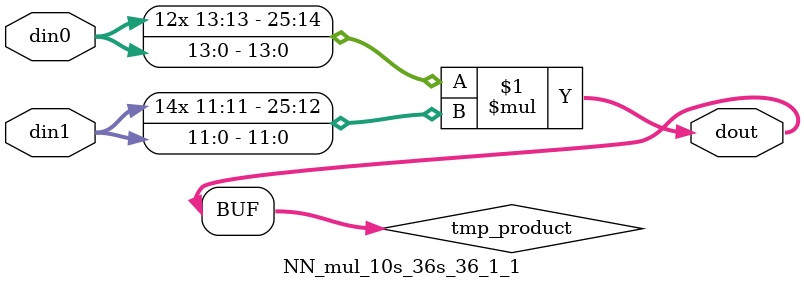
<source format=v>

`timescale 1 ns / 1 ps

 module NN_mul_10s_36s_36_1_1(din0, din1, dout);
parameter ID = 1;
parameter NUM_STAGE = 0;
parameter din0_WIDTH = 14;
parameter din1_WIDTH = 12;
parameter dout_WIDTH = 26;

input [din0_WIDTH - 1 : 0] din0; 
input [din1_WIDTH - 1 : 0] din1; 
output [dout_WIDTH - 1 : 0] dout;

wire signed [dout_WIDTH - 1 : 0] tmp_product;



























assign tmp_product = $signed(din0) * $signed(din1);








assign dout = tmp_product;





















endmodule

</source>
